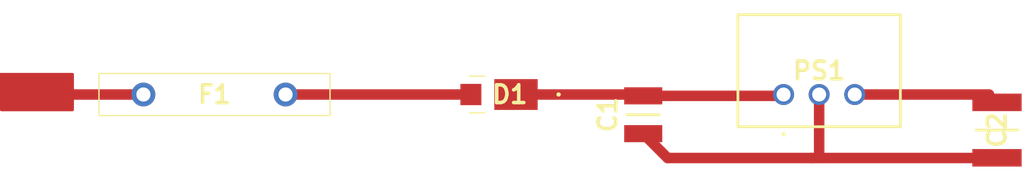
<source format=kicad_pcb>
(kicad_pcb (version 20211014) (generator pcbnew)
  (layers (0 "F.Cu" signal) (31 "B.Cu" signal) (34 "B.Paste" user) (35 "F.Paste" user) (36 "B.SilkS" user "B.Silkscreen") (37 "F.SilkS" user "F.Silkscreen") (38 "B.Mask" user) (39 "F.Mask" user) (44 "Edge.Cuts" user))
  (net 0 "")
  (net 1 "GND")
  (net 2 "Net-(C1-Pad2)")
  (net 3 "5v 1a")
  (net 4 "Net-(D1-Pad2)")
  (net 5 "VCC+8-16v")
  (footprint "sama:RUEF600" (layer "F.Cu") (at 22.865 20.32)
    (fp_text reference "F1" (at 5.075 0) (layer "F.SilkS") (effects (font (size 1.27 1.27) (thickness 0.254))))
    (fp_text value "RUEF600" hide)
    (fp_line (start -3.175 -1.5) (end 13.325 -1.5) (layer "F.SilkS") (width 0.1))
    (fp_line (start 13.325 -1.5) (end 13.325 1.5) (layer "F.SilkS") (width 0.1))
    (fp_line (start -3.175 1.5) (end -3.175 -1.5) (layer "F.SilkS") (width 0.1))
    (fp_line (start 13.325 1.5) (end -3.175 1.5) (layer "F.SilkS") (width 0.1))
    (pad "1" thru_hole circle locked (at 0 0) (size 1.7 1.7) (drill 1.0118) (layers *.Cu *.Mask) (net 5 "VCC+8-16v"))
    (pad "2" thru_hole circle locked (at 10.15 0) (size 1.7 1.7) (drill 1.0118) (layers *.Cu *.Mask) (net 4 "Net-(D1-Pad2)"))
  )
  (footprint "sama:V8PAN50M3I" (layer "F.Cu") (at 48.26 20.32 180)
    (fp_text reference "D1" (at -0.77 0) (layer "F.SilkS") (effects (font (size 1.27 1.27) (thickness 0.254))))
    (fp_text value "V8PAN50-M3_I" hide)
    (fp_line (start -4.2 0) (end -4.2 0) (layer "F.SilkS") (width 0.2))
    (fp_line (start 2.125 -1.3) (end 1.01 -1.3) (layer "F.SilkS") (width 0.1))
    (fp_line (start 2.125 1.3) (end 2.125 1.3) (layer "F.SilkS") (width 0.1))
    (fp_line (start -4.3 0) (end -4.3 0) (layer "F.SilkS") (width 0.2))
    (fp_line (start 2.125 -1.3) (end 2.125 -1.3) (layer "F.SilkS") (width 0.1))
    (fp_line (start 1.01 1.3) (end 2.125 1.3) (layer "F.SilkS") (width 0.1))
    (fp_line (start 1.01 -1.3) (end 2.125 -1.3) (layer "F.SilkS") (width 0.1))
    (fp_line (start 1.01 -1.3) (end 1.01 -1.3) (layer "F.SilkS") (width 0.1))
    (fp_line (start -4.3 0) (end -4.3 0) (layer "F.SilkS") (width 0.2))
    (fp_line (start 2.125 1.3) (end 1.01 1.3) (layer "F.SilkS") (width 0.1))
    (fp_line (start 1.01 1.3) (end 1.01 1.3) (layer "F.SilkS") (width 0.1))
    (fp_arc (start -4.2 0) (mid -4.25 0.05) (end -4.3 0) (layer "F.SilkS") (width 0.2))
    (fp_arc (start -4.3 0) (mid -4.25 -0.05) (end -4.2 0) (layer "F.SilkS") (width 0.2))
    (fp_arc (start -4.2 0) (mid -4.25 0.05) (end -4.3 0) (layer "F.SilkS") (width 0.2))
    (pad "1" smd rect locked (at -1.21 0 270) (size 2.2 3.1) (layers "F.Cu" "F.Paste" "F.Mask") (net 2 "Net-(C1-Pad2)"))
    (pad "2" smd rect locked (at 2.01 0 180) (size 1.5 1.52) (layers "F.Cu" "F.Paste" "F.Mask") (net 4 "Net-(D1-Pad2)"))
  )
  (footprint "sama:CAPC4532X370N" (layer "F.Cu") (at 83.82 22.86 -90)
    (fp_text reference "C2" (at 0 0 90) (layer "F.SilkS") (effects (font (size 1.27 1.27) (thickness 0.254))))
    (fp_text value "C1812C206K3RLCAUTO" hide)
    (fp_line (start 0 -1.5) (end 0 1.5) (layer "F.SilkS") (width 0.2))
    (pad "1" smd rect locked (at -1.98 0 270) (size 1.25 3.52) (layers "F.Cu" "F.Paste" "F.Mask") (net 3 "5v 1a"))
    (pad "2" smd rect locked (at 1.98 0 270) (size 1.25 3.52) (layers "F.Cu" "F.Paste" "F.Mask") (net 1 "GND"))
  )
  (footprint "sama:CAPC3225X280N" (layer "F.Cu") (at 58.557148 21.764159 90)
    (fp_text reference "C1" (at 0 -2.54 90) (layer "F.SilkS") (effects (font (size 1.27 1.27) (thickness 0.254))))
    (fp_text value "UMJ325KB7106KMHT" hide)
    (fp_line (start 0 -1.15) (end 0 1.15) (layer "F.SilkS") (width 0.2))
    (pad "1" smd rect locked (at -1.35 0 90) (size 1.22 2.72) (layers "F.Cu" "F.Paste" "F.Mask") (net 1 "GND"))
    (pad "2" smd rect locked (at 1.35 0 90) (size 1.22 2.72) (layers "F.Cu" "F.Paste" "F.Mask") (net 2 "Net-(C1-Pad2)"))
  )
  (footprint "sama:VR10S05" (layer "F.Cu") (at 68.58 20.32)
    (fp_text reference "PS1" (at 2.54 -1.7) (layer "F.SilkS") (effects (font (size 1.27 1.27) (thickness 0.254))))
    (fp_text value "VR10S05" hide)
    (fp_line (start 8.34 2.3) (end 8.34 -5.7) (layer "F.SilkS") (width 0.2))
    (fp_line (start -3.26 2.3) (end 8.34 2.3) (layer "F.SilkS") (width 0.2))
    (fp_line (start 0 2.9) (end 0 2.9) (layer "F.SilkS") (width 0.2))
    (fp_line (start 8.34 -5.7) (end -3.26 -5.7) (layer "F.SilkS") (width 0.2))
    (fp_line (start -3.26 -5.7) (end -3.26 2.3) (layer "F.SilkS") (width 0.2))
    (fp_line (start 0 2.8) (end 0 2.8) (layer "F.SilkS") (width 0.2))
    (fp_line (start 0 2.9) (end 0 2.8) (layer "F.SilkS") (width 0.2))
    (fp_arc (start 0 2.9) (mid -0.05 2.85) (end 0 2.8) (layer "F.SilkS") (width 0.2))
    (fp_arc (start 0 2.8) (mid 0.05 2.85) (end 0 2.9) (layer "F.SilkS") (width 0.2))
    (pad "1" thru_hole circle locked (at 0 0) (size 1.5 1.5) (drill 1) (layers *.Cu *.Mask) (net 2 "Net-(C1-Pad2)"))
    (pad "2" thru_hole circle locked (at 2.54 0) (size 1.5 1.5) (drill 1) (layers *.Cu *.Mask) (net 1 "GND"))
    (pad "3" thru_hole circle locked (at 5.08 0) (size 1.5 1.5) (drill 1) (layers *.Cu *.Mask) (net 3 "5v 1a"))
  )
  (gr_rect (start 12.722166 21.41584) (end 17.802166 18.87584) (layer "F.Cu") (width 0.2) (fill solid))
  (gr_rect (start 17.78 20.32) (end 22.865 20.32) (layer "F.Cu") (width 0.75) (fill none))
  (segment (start 83.805961 24.854039) (end 70.536827 24.854039) (width 0.75) (layer "F.Cu") (net 1))
  (segment (start 70.574039 24.854039) (end 60.297028 24.854039) (width 0.75) (layer "F.Cu") (net 1))
  (segment (start 71.12 20.32) (end 71.12 24.839833) (width 0.75) (layer "F.Cu") (net 1))
  (segment (start 71.12 24.839833) (end 71.121978 24.841811) (width 0.25) (layer "F.Cu") (net 1))
  (segment (start 58.42 22.977011) (end 58.557148 23.114159) (width 0.25) (layer "F.Cu") (net 1))
  (segment (start 83.82 24.84) (end 83.805961 24.854039) (width 0.25) (layer "F.Cu") (net 1))
  (segment (start 60.297028 24.854039) (end 58.557148 23.114159) (width 0.75) (layer "F.Cu") (net 1))
  (segment (start 58.462989 20.32) (end 58.557148 20.414159) (width 0.25) (layer "F.Cu") (net 2))
  (segment (start 68.485841 20.414159) (end 68.58 20.32) (width 0.25) (layer "F.Cu") (net 2))
  (segment (start 58.557148 20.414159) (end 68.485841 20.414159) (width 0.75) (layer "F.Cu") (net 2))
  (segment (start 49.47 20.32) (end 58.462989 20.32) (width 0.75) (layer "F.Cu") (net 2))
  (segment (start 83.26 20.32) (end 83.82 20.88) (width 0.5) (layer "F.Cu") (net 3))
  (segment (start 73.66 20.32) (end 83.26 20.32) (width 0.75) (layer "F.Cu") (net 3))
  (segment (start 33.015 20.32) (end 46.25 20.32) (width 0.75) (layer "F.Cu") (net 4))
)
</source>
